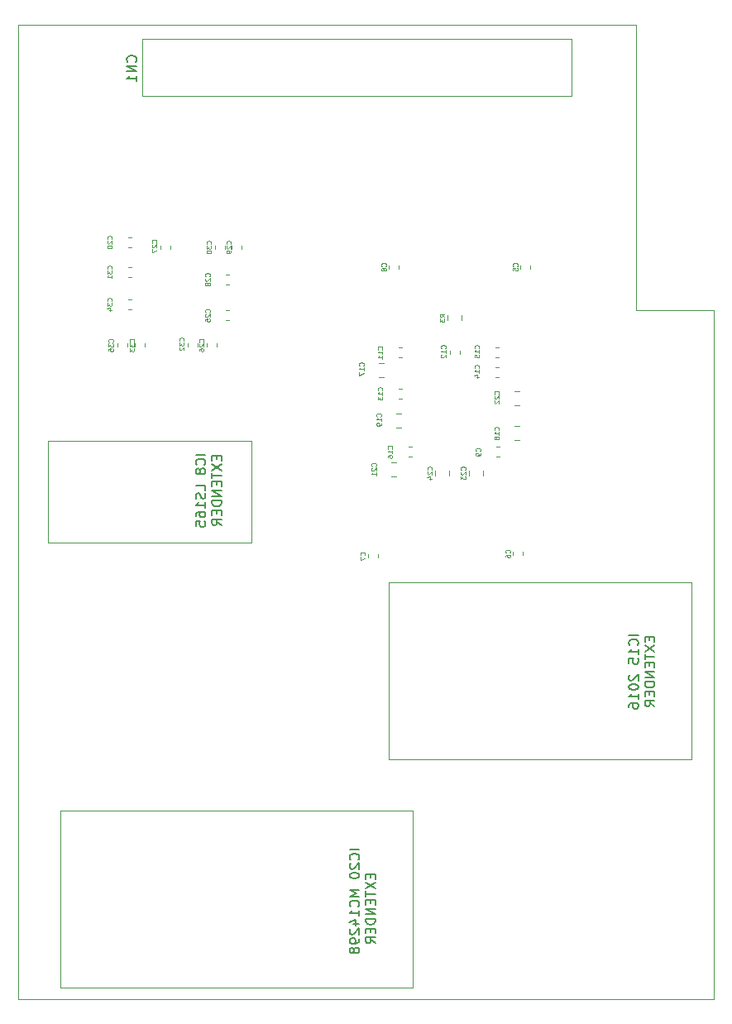
<source format=gbr>
G04 #@! TF.GenerationSoftware,KiCad,Pcbnew,(5.1.2-1)-1*
G04 #@! TF.CreationDate,2020-07-07T12:37:09+01:00*
G04 #@! TF.ProjectId,MZ80-80CLR,4d5a3830-2d38-4304-934c-522e6b696361,rev?*
G04 #@! TF.SameCoordinates,Original*
G04 #@! TF.FileFunction,Legend,Bot*
G04 #@! TF.FilePolarity,Positive*
%FSLAX46Y46*%
G04 Gerber Fmt 4.6, Leading zero omitted, Abs format (unit mm)*
G04 Created by KiCad (PCBNEW (5.1.2-1)-1) date 2020-07-07 12:37:09*
%MOMM*%
%LPD*%
G04 APERTURE LIST*
%ADD10C,0.120000*%
%ADD11C,0.150000*%
%ADD12C,0.100000*%
G04 APERTURE END LIST*
D10*
X70612000Y-132842000D02*
X70612000Y-33147000D01*
X141859000Y-132842000D02*
X70612000Y-132842000D01*
X141859000Y-62357000D02*
X141859000Y-132842000D01*
X133858000Y-62357000D02*
X141859000Y-62357000D01*
X133858000Y-33147000D02*
X133858000Y-62357000D01*
X70612000Y-33147000D02*
X133858000Y-33147000D01*
D11*
X105545380Y-117523285D02*
X104545380Y-117523285D01*
X105450142Y-118570904D02*
X105497761Y-118523285D01*
X105545380Y-118380428D01*
X105545380Y-118285190D01*
X105497761Y-118142333D01*
X105402523Y-118047095D01*
X105307285Y-117999476D01*
X105116809Y-117951857D01*
X104973952Y-117951857D01*
X104783476Y-117999476D01*
X104688238Y-118047095D01*
X104593000Y-118142333D01*
X104545380Y-118285190D01*
X104545380Y-118380428D01*
X104593000Y-118523285D01*
X104640619Y-118570904D01*
X104640619Y-118951857D02*
X104593000Y-118999476D01*
X104545380Y-119094714D01*
X104545380Y-119332809D01*
X104593000Y-119428047D01*
X104640619Y-119475666D01*
X104735857Y-119523285D01*
X104831095Y-119523285D01*
X104973952Y-119475666D01*
X105545380Y-118904238D01*
X105545380Y-119523285D01*
X104545380Y-120142333D02*
X104545380Y-120237571D01*
X104593000Y-120332809D01*
X104640619Y-120380428D01*
X104735857Y-120428047D01*
X104926333Y-120475666D01*
X105164428Y-120475666D01*
X105354904Y-120428047D01*
X105450142Y-120380428D01*
X105497761Y-120332809D01*
X105545380Y-120237571D01*
X105545380Y-120142333D01*
X105497761Y-120047095D01*
X105450142Y-119999476D01*
X105354904Y-119951857D01*
X105164428Y-119904238D01*
X104926333Y-119904238D01*
X104735857Y-119951857D01*
X104640619Y-119999476D01*
X104593000Y-120047095D01*
X104545380Y-120142333D01*
X105545380Y-121666142D02*
X104545380Y-121666142D01*
X105259666Y-121999476D01*
X104545380Y-122332809D01*
X105545380Y-122332809D01*
X105450142Y-123380428D02*
X105497761Y-123332809D01*
X105545380Y-123189952D01*
X105545380Y-123094714D01*
X105497761Y-122951857D01*
X105402523Y-122856619D01*
X105307285Y-122809000D01*
X105116809Y-122761380D01*
X104973952Y-122761380D01*
X104783476Y-122809000D01*
X104688238Y-122856619D01*
X104593000Y-122951857D01*
X104545380Y-123094714D01*
X104545380Y-123189952D01*
X104593000Y-123332809D01*
X104640619Y-123380428D01*
X105545380Y-124332809D02*
X105545380Y-123761380D01*
X105545380Y-124047095D02*
X104545380Y-124047095D01*
X104688238Y-123951857D01*
X104783476Y-123856619D01*
X104831095Y-123761380D01*
X104878714Y-125189952D02*
X105545380Y-125189952D01*
X104497761Y-124951857D02*
X105212047Y-124713761D01*
X105212047Y-125332809D01*
X104640619Y-125666142D02*
X104593000Y-125713761D01*
X104545380Y-125809000D01*
X104545380Y-126047095D01*
X104593000Y-126142333D01*
X104640619Y-126189952D01*
X104735857Y-126237571D01*
X104831095Y-126237571D01*
X104973952Y-126189952D01*
X105545380Y-125618523D01*
X105545380Y-126237571D01*
X105545380Y-126713761D02*
X105545380Y-126904238D01*
X105497761Y-126999476D01*
X105450142Y-127047095D01*
X105307285Y-127142333D01*
X105116809Y-127189952D01*
X104735857Y-127189952D01*
X104640619Y-127142333D01*
X104593000Y-127094714D01*
X104545380Y-126999476D01*
X104545380Y-126809000D01*
X104593000Y-126713761D01*
X104640619Y-126666142D01*
X104735857Y-126618523D01*
X104973952Y-126618523D01*
X105069190Y-126666142D01*
X105116809Y-126713761D01*
X105164428Y-126809000D01*
X105164428Y-126999476D01*
X105116809Y-127094714D01*
X105069190Y-127142333D01*
X104973952Y-127189952D01*
X104973952Y-127761380D02*
X104926333Y-127666142D01*
X104878714Y-127618523D01*
X104783476Y-127570904D01*
X104735857Y-127570904D01*
X104640619Y-127618523D01*
X104593000Y-127666142D01*
X104545380Y-127761380D01*
X104545380Y-127951857D01*
X104593000Y-128047095D01*
X104640619Y-128094714D01*
X104735857Y-128142333D01*
X104783476Y-128142333D01*
X104878714Y-128094714D01*
X104926333Y-128047095D01*
X104973952Y-127951857D01*
X104973952Y-127761380D01*
X105021571Y-127666142D01*
X105069190Y-127618523D01*
X105164428Y-127570904D01*
X105354904Y-127570904D01*
X105450142Y-127618523D01*
X105497761Y-127666142D01*
X105545380Y-127761380D01*
X105545380Y-127951857D01*
X105497761Y-128047095D01*
X105450142Y-128094714D01*
X105354904Y-128142333D01*
X105164428Y-128142333D01*
X105069190Y-128094714D01*
X105021571Y-128047095D01*
X104973952Y-127951857D01*
X106671571Y-120070904D02*
X106671571Y-120404238D01*
X107195380Y-120547095D02*
X107195380Y-120070904D01*
X106195380Y-120070904D01*
X106195380Y-120547095D01*
X106195380Y-120880428D02*
X107195380Y-121547095D01*
X106195380Y-121547095D02*
X107195380Y-120880428D01*
X106195380Y-121785190D02*
X106195380Y-122356619D01*
X107195380Y-122070904D02*
X106195380Y-122070904D01*
X106671571Y-122689952D02*
X106671571Y-123023285D01*
X107195380Y-123166142D02*
X107195380Y-122689952D01*
X106195380Y-122689952D01*
X106195380Y-123166142D01*
X107195380Y-123594714D02*
X106195380Y-123594714D01*
X107195380Y-124166142D01*
X106195380Y-124166142D01*
X107195380Y-124642333D02*
X106195380Y-124642333D01*
X106195380Y-124880428D01*
X106243000Y-125023285D01*
X106338238Y-125118523D01*
X106433476Y-125166142D01*
X106623952Y-125213761D01*
X106766809Y-125213761D01*
X106957285Y-125166142D01*
X107052523Y-125118523D01*
X107147761Y-125023285D01*
X107195380Y-124880428D01*
X107195380Y-124642333D01*
X106671571Y-125642333D02*
X106671571Y-125975666D01*
X107195380Y-126118523D02*
X107195380Y-125642333D01*
X106195380Y-125642333D01*
X106195380Y-126118523D01*
X107195380Y-127118523D02*
X106719190Y-126785190D01*
X107195380Y-126547095D02*
X106195380Y-126547095D01*
X106195380Y-126928047D01*
X106243000Y-127023285D01*
X106290619Y-127070904D01*
X106385857Y-127118523D01*
X106528714Y-127118523D01*
X106623952Y-127070904D01*
X106671571Y-127023285D01*
X106719190Y-126928047D01*
X106719190Y-126547095D01*
D10*
X127254000Y-40386000D02*
X127254000Y-34544000D01*
X83312000Y-40386000D02*
X127254000Y-40386000D01*
X83312000Y-34544000D02*
X83312000Y-40386000D01*
X127254000Y-34544000D02*
X83312000Y-34544000D01*
D11*
X82653142Y-36901523D02*
X82700761Y-36853904D01*
X82748380Y-36711047D01*
X82748380Y-36615809D01*
X82700761Y-36472952D01*
X82605523Y-36377714D01*
X82510285Y-36330095D01*
X82319809Y-36282476D01*
X82176952Y-36282476D01*
X81986476Y-36330095D01*
X81891238Y-36377714D01*
X81796000Y-36472952D01*
X81748380Y-36615809D01*
X81748380Y-36711047D01*
X81796000Y-36853904D01*
X81843619Y-36901523D01*
X82748380Y-37330095D02*
X81748380Y-37330095D01*
X82748380Y-37901523D01*
X81748380Y-37901523D01*
X82748380Y-38901523D02*
X82748380Y-38330095D01*
X82748380Y-38615809D02*
X81748380Y-38615809D01*
X81891238Y-38520571D01*
X81986476Y-38425333D01*
X82034095Y-38330095D01*
X89797380Y-77105333D02*
X88797380Y-77105333D01*
X89702142Y-78152952D02*
X89749761Y-78105333D01*
X89797380Y-77962476D01*
X89797380Y-77867238D01*
X89749761Y-77724380D01*
X89654523Y-77629142D01*
X89559285Y-77581523D01*
X89368809Y-77533904D01*
X89225952Y-77533904D01*
X89035476Y-77581523D01*
X88940238Y-77629142D01*
X88845000Y-77724380D01*
X88797380Y-77867238D01*
X88797380Y-77962476D01*
X88845000Y-78105333D01*
X88892619Y-78152952D01*
X89225952Y-78724380D02*
X89178333Y-78629142D01*
X89130714Y-78581523D01*
X89035476Y-78533904D01*
X88987857Y-78533904D01*
X88892619Y-78581523D01*
X88845000Y-78629142D01*
X88797380Y-78724380D01*
X88797380Y-78914857D01*
X88845000Y-79010095D01*
X88892619Y-79057714D01*
X88987857Y-79105333D01*
X89035476Y-79105333D01*
X89130714Y-79057714D01*
X89178333Y-79010095D01*
X89225952Y-78914857D01*
X89225952Y-78724380D01*
X89273571Y-78629142D01*
X89321190Y-78581523D01*
X89416428Y-78533904D01*
X89606904Y-78533904D01*
X89702142Y-78581523D01*
X89749761Y-78629142D01*
X89797380Y-78724380D01*
X89797380Y-78914857D01*
X89749761Y-79010095D01*
X89702142Y-79057714D01*
X89606904Y-79105333D01*
X89416428Y-79105333D01*
X89321190Y-79057714D01*
X89273571Y-79010095D01*
X89225952Y-78914857D01*
X89797380Y-80772000D02*
X89797380Y-80295809D01*
X88797380Y-80295809D01*
X89749761Y-81057714D02*
X89797380Y-81200571D01*
X89797380Y-81438666D01*
X89749761Y-81533904D01*
X89702142Y-81581523D01*
X89606904Y-81629142D01*
X89511666Y-81629142D01*
X89416428Y-81581523D01*
X89368809Y-81533904D01*
X89321190Y-81438666D01*
X89273571Y-81248190D01*
X89225952Y-81152952D01*
X89178333Y-81105333D01*
X89083095Y-81057714D01*
X88987857Y-81057714D01*
X88892619Y-81105333D01*
X88845000Y-81152952D01*
X88797380Y-81248190D01*
X88797380Y-81486285D01*
X88845000Y-81629142D01*
X89797380Y-82581523D02*
X89797380Y-82010095D01*
X89797380Y-82295809D02*
X88797380Y-82295809D01*
X88940238Y-82200571D01*
X89035476Y-82105333D01*
X89083095Y-82010095D01*
X88797380Y-83438666D02*
X88797380Y-83248190D01*
X88845000Y-83152952D01*
X88892619Y-83105333D01*
X89035476Y-83010095D01*
X89225952Y-82962476D01*
X89606904Y-82962476D01*
X89702142Y-83010095D01*
X89749761Y-83057714D01*
X89797380Y-83152952D01*
X89797380Y-83343428D01*
X89749761Y-83438666D01*
X89702142Y-83486285D01*
X89606904Y-83533904D01*
X89368809Y-83533904D01*
X89273571Y-83486285D01*
X89225952Y-83438666D01*
X89178333Y-83343428D01*
X89178333Y-83152952D01*
X89225952Y-83057714D01*
X89273571Y-83010095D01*
X89368809Y-82962476D01*
X88797380Y-84438666D02*
X88797380Y-83962476D01*
X89273571Y-83914857D01*
X89225952Y-83962476D01*
X89178333Y-84057714D01*
X89178333Y-84295809D01*
X89225952Y-84391047D01*
X89273571Y-84438666D01*
X89368809Y-84486285D01*
X89606904Y-84486285D01*
X89702142Y-84438666D01*
X89749761Y-84391047D01*
X89797380Y-84295809D01*
X89797380Y-84057714D01*
X89749761Y-83962476D01*
X89702142Y-83914857D01*
X90923571Y-77272000D02*
X90923571Y-77605333D01*
X91447380Y-77748190D02*
X91447380Y-77272000D01*
X90447380Y-77272000D01*
X90447380Y-77748190D01*
X90447380Y-78081523D02*
X91447380Y-78748190D01*
X90447380Y-78748190D02*
X91447380Y-78081523D01*
X90447380Y-78986285D02*
X90447380Y-79557714D01*
X91447380Y-79272000D02*
X90447380Y-79272000D01*
X90923571Y-79891047D02*
X90923571Y-80224380D01*
X91447380Y-80367238D02*
X91447380Y-79891047D01*
X90447380Y-79891047D01*
X90447380Y-80367238D01*
X91447380Y-80795809D02*
X90447380Y-80795809D01*
X91447380Y-81367238D01*
X90447380Y-81367238D01*
X91447380Y-81843428D02*
X90447380Y-81843428D01*
X90447380Y-82081523D01*
X90495000Y-82224380D01*
X90590238Y-82319619D01*
X90685476Y-82367238D01*
X90875952Y-82414857D01*
X91018809Y-82414857D01*
X91209285Y-82367238D01*
X91304523Y-82319619D01*
X91399761Y-82224380D01*
X91447380Y-82081523D01*
X91447380Y-81843428D01*
X90923571Y-82843428D02*
X90923571Y-83176761D01*
X91447380Y-83319619D02*
X91447380Y-82843428D01*
X90447380Y-82843428D01*
X90447380Y-83319619D01*
X91447380Y-84319619D02*
X90971190Y-83986285D01*
X91447380Y-83748190D02*
X90447380Y-83748190D01*
X90447380Y-84129142D01*
X90495000Y-84224380D01*
X90542619Y-84272000D01*
X90637857Y-84319619D01*
X90780714Y-84319619D01*
X90875952Y-84272000D01*
X90923571Y-84224380D01*
X90971190Y-84129142D01*
X90971190Y-83748190D01*
X134120380Y-95575904D02*
X133120380Y-95575904D01*
X134025142Y-96623523D02*
X134072761Y-96575904D01*
X134120380Y-96433047D01*
X134120380Y-96337809D01*
X134072761Y-96194952D01*
X133977523Y-96099714D01*
X133882285Y-96052095D01*
X133691809Y-96004476D01*
X133548952Y-96004476D01*
X133358476Y-96052095D01*
X133263238Y-96099714D01*
X133168000Y-96194952D01*
X133120380Y-96337809D01*
X133120380Y-96433047D01*
X133168000Y-96575904D01*
X133215619Y-96623523D01*
X134120380Y-97575904D02*
X134120380Y-97004476D01*
X134120380Y-97290190D02*
X133120380Y-97290190D01*
X133263238Y-97194952D01*
X133358476Y-97099714D01*
X133406095Y-97004476D01*
X133120380Y-98480666D02*
X133120380Y-98004476D01*
X133596571Y-97956857D01*
X133548952Y-98004476D01*
X133501333Y-98099714D01*
X133501333Y-98337809D01*
X133548952Y-98433047D01*
X133596571Y-98480666D01*
X133691809Y-98528285D01*
X133929904Y-98528285D01*
X134025142Y-98480666D01*
X134072761Y-98433047D01*
X134120380Y-98337809D01*
X134120380Y-98099714D01*
X134072761Y-98004476D01*
X134025142Y-97956857D01*
X133215619Y-99671142D02*
X133168000Y-99718761D01*
X133120380Y-99814000D01*
X133120380Y-100052095D01*
X133168000Y-100147333D01*
X133215619Y-100194952D01*
X133310857Y-100242571D01*
X133406095Y-100242571D01*
X133548952Y-100194952D01*
X134120380Y-99623523D01*
X134120380Y-100242571D01*
X133120380Y-100861619D02*
X133120380Y-100956857D01*
X133168000Y-101052095D01*
X133215619Y-101099714D01*
X133310857Y-101147333D01*
X133501333Y-101194952D01*
X133739428Y-101194952D01*
X133929904Y-101147333D01*
X134025142Y-101099714D01*
X134072761Y-101052095D01*
X134120380Y-100956857D01*
X134120380Y-100861619D01*
X134072761Y-100766380D01*
X134025142Y-100718761D01*
X133929904Y-100671142D01*
X133739428Y-100623523D01*
X133501333Y-100623523D01*
X133310857Y-100671142D01*
X133215619Y-100718761D01*
X133168000Y-100766380D01*
X133120380Y-100861619D01*
X134120380Y-102147333D02*
X134120380Y-101575904D01*
X134120380Y-101861619D02*
X133120380Y-101861619D01*
X133263238Y-101766380D01*
X133358476Y-101671142D01*
X133406095Y-101575904D01*
X133120380Y-103004476D02*
X133120380Y-102814000D01*
X133168000Y-102718761D01*
X133215619Y-102671142D01*
X133358476Y-102575904D01*
X133548952Y-102528285D01*
X133929904Y-102528285D01*
X134025142Y-102575904D01*
X134072761Y-102623523D01*
X134120380Y-102718761D01*
X134120380Y-102909238D01*
X134072761Y-103004476D01*
X134025142Y-103052095D01*
X133929904Y-103099714D01*
X133691809Y-103099714D01*
X133596571Y-103052095D01*
X133548952Y-103004476D01*
X133501333Y-102909238D01*
X133501333Y-102718761D01*
X133548952Y-102623523D01*
X133596571Y-102575904D01*
X133691809Y-102528285D01*
X135246571Y-95814000D02*
X135246571Y-96147333D01*
X135770380Y-96290190D02*
X135770380Y-95814000D01*
X134770380Y-95814000D01*
X134770380Y-96290190D01*
X134770380Y-96623523D02*
X135770380Y-97290190D01*
X134770380Y-97290190D02*
X135770380Y-96623523D01*
X134770380Y-97528285D02*
X134770380Y-98099714D01*
X135770380Y-97814000D02*
X134770380Y-97814000D01*
X135246571Y-98433047D02*
X135246571Y-98766380D01*
X135770380Y-98909238D02*
X135770380Y-98433047D01*
X134770380Y-98433047D01*
X134770380Y-98909238D01*
X135770380Y-99337809D02*
X134770380Y-99337809D01*
X135770380Y-99909238D01*
X134770380Y-99909238D01*
X135770380Y-100385428D02*
X134770380Y-100385428D01*
X134770380Y-100623523D01*
X134818000Y-100766380D01*
X134913238Y-100861619D01*
X135008476Y-100909238D01*
X135198952Y-100956857D01*
X135341809Y-100956857D01*
X135532285Y-100909238D01*
X135627523Y-100861619D01*
X135722761Y-100766380D01*
X135770380Y-100623523D01*
X135770380Y-100385428D01*
X135246571Y-101385428D02*
X135246571Y-101718761D01*
X135770380Y-101861619D02*
X135770380Y-101385428D01*
X134770380Y-101385428D01*
X134770380Y-101861619D01*
X135770380Y-102861619D02*
X135294190Y-102528285D01*
X135770380Y-102290190D02*
X134770380Y-102290190D01*
X134770380Y-102671142D01*
X134818000Y-102766380D01*
X134865619Y-102814000D01*
X134960857Y-102861619D01*
X135103714Y-102861619D01*
X135198952Y-102814000D01*
X135246571Y-102766380D01*
X135294190Y-102671142D01*
X135294190Y-102290190D01*
D10*
X94488000Y-86106000D02*
X94488000Y-75692000D01*
X73660000Y-86106000D02*
X94488000Y-86106000D01*
X73660000Y-75692000D02*
X73660000Y-86106000D01*
X94488000Y-75692000D02*
X73660000Y-75692000D01*
X139573000Y-108331000D02*
X139573000Y-90170000D01*
X108585000Y-108331000D02*
X139573000Y-108331000D01*
X108585000Y-90170000D02*
X108585000Y-108331000D01*
X139573000Y-90170000D02*
X108585000Y-90170000D01*
X110998000Y-131699000D02*
X110998000Y-113538000D01*
X74930000Y-131699000D02*
X110998000Y-131699000D01*
X74930000Y-113538000D02*
X74930000Y-131699000D01*
X110998000Y-113538000D02*
X74930000Y-113538000D01*
X113336000Y-79252578D02*
X113336000Y-78735422D01*
X114756000Y-79252578D02*
X114756000Y-78735422D01*
X116765000Y-79252578D02*
X116765000Y-78735422D01*
X118185000Y-79252578D02*
X118185000Y-78735422D01*
X121924578Y-72084000D02*
X121407422Y-72084000D01*
X121924578Y-70664000D02*
X121407422Y-70664000D01*
X108834422Y-77903000D02*
X109351578Y-77903000D01*
X108834422Y-79323000D02*
X109351578Y-79323000D01*
X121924578Y-75640000D02*
X121407422Y-75640000D01*
X121924578Y-74220000D02*
X121407422Y-74220000D01*
X109342422Y-72950000D02*
X109859578Y-72950000D01*
X109342422Y-74370000D02*
X109859578Y-74370000D01*
X107564422Y-67743000D02*
X108081578Y-67743000D01*
X107564422Y-69163000D02*
X108081578Y-69163000D01*
X114606000Y-63380252D02*
X114606000Y-62857748D01*
X116026000Y-63380252D02*
X116026000Y-62857748D01*
X80770000Y-66084267D02*
X80770000Y-65741733D01*
X81790000Y-66084267D02*
X81790000Y-65741733D01*
X81870733Y-61212000D02*
X82213267Y-61212000D01*
X81870733Y-62232000D02*
X82213267Y-62232000D01*
X82548000Y-66084267D02*
X82548000Y-65741733D01*
X83568000Y-66084267D02*
X83568000Y-65741733D01*
X88009000Y-66084267D02*
X88009000Y-65741733D01*
X89029000Y-66084267D02*
X89029000Y-65741733D01*
X81870733Y-57910000D02*
X82213267Y-57910000D01*
X81870733Y-58930000D02*
X82213267Y-58930000D01*
X91823000Y-55708733D02*
X91823000Y-56051267D01*
X90803000Y-55708733D02*
X90803000Y-56051267D01*
X93474000Y-55708733D02*
X93474000Y-56051267D01*
X92454000Y-55708733D02*
X92454000Y-56051267D01*
X92246267Y-59692000D02*
X91903733Y-59692000D01*
X92246267Y-58672000D02*
X91903733Y-58672000D01*
X86235000Y-55708733D02*
X86235000Y-56051267D01*
X85215000Y-55708733D02*
X85215000Y-56051267D01*
X89914000Y-66084267D02*
X89914000Y-65741733D01*
X90934000Y-66084267D02*
X90934000Y-65741733D01*
X92246267Y-63375000D02*
X91903733Y-63375000D01*
X92246267Y-62355000D02*
X91903733Y-62355000D01*
X81870733Y-54862000D02*
X82213267Y-54862000D01*
X81870733Y-55882000D02*
X82213267Y-55882000D01*
X110572733Y-76325000D02*
X110915267Y-76325000D01*
X110572733Y-77345000D02*
X110915267Y-77345000D01*
X119805267Y-67185000D02*
X119462733Y-67185000D01*
X119805267Y-66165000D02*
X119462733Y-66165000D01*
X119805267Y-69217000D02*
X119462733Y-69217000D01*
X119805267Y-68197000D02*
X119462733Y-68197000D01*
X109556733Y-70356000D02*
X109899267Y-70356000D01*
X109556733Y-71376000D02*
X109899267Y-71376000D01*
X114806000Y-66503733D02*
X114806000Y-66846267D01*
X115826000Y-66503733D02*
X115826000Y-66846267D01*
X109556733Y-66165000D02*
X109899267Y-66165000D01*
X109556733Y-67185000D02*
X109899267Y-67185000D01*
X119932267Y-77345000D02*
X119589733Y-77345000D01*
X119932267Y-76325000D02*
X119589733Y-76325000D01*
X108583000Y-58083267D02*
X108583000Y-57740733D01*
X109603000Y-58083267D02*
X109603000Y-57740733D01*
X107444000Y-87331733D02*
X107444000Y-87674267D01*
X106424000Y-87331733D02*
X106424000Y-87674267D01*
X122303000Y-87077733D02*
X122303000Y-87420267D01*
X121283000Y-87077733D02*
X121283000Y-87420267D01*
X122045000Y-58083267D02*
X122045000Y-57740733D01*
X123065000Y-58083267D02*
X123065000Y-57740733D01*
D12*
X112954571Y-78672571D02*
X112978380Y-78648761D01*
X113002190Y-78577333D01*
X113002190Y-78529714D01*
X112978380Y-78458285D01*
X112930761Y-78410666D01*
X112883142Y-78386857D01*
X112787904Y-78363047D01*
X112716476Y-78363047D01*
X112621238Y-78386857D01*
X112573619Y-78410666D01*
X112526000Y-78458285D01*
X112502190Y-78529714D01*
X112502190Y-78577333D01*
X112526000Y-78648761D01*
X112549809Y-78672571D01*
X112549809Y-78863047D02*
X112526000Y-78886857D01*
X112502190Y-78934476D01*
X112502190Y-79053523D01*
X112526000Y-79101142D01*
X112549809Y-79124952D01*
X112597428Y-79148761D01*
X112645047Y-79148761D01*
X112716476Y-79124952D01*
X113002190Y-78839238D01*
X113002190Y-79148761D01*
X112668857Y-79577333D02*
X113002190Y-79577333D01*
X112478380Y-79458285D02*
X112835523Y-79339238D01*
X112835523Y-79648761D01*
X116383571Y-78672571D02*
X116407380Y-78648761D01*
X116431190Y-78577333D01*
X116431190Y-78529714D01*
X116407380Y-78458285D01*
X116359761Y-78410666D01*
X116312142Y-78386857D01*
X116216904Y-78363047D01*
X116145476Y-78363047D01*
X116050238Y-78386857D01*
X116002619Y-78410666D01*
X115955000Y-78458285D01*
X115931190Y-78529714D01*
X115931190Y-78577333D01*
X115955000Y-78648761D01*
X115978809Y-78672571D01*
X115978809Y-78863047D02*
X115955000Y-78886857D01*
X115931190Y-78934476D01*
X115931190Y-79053523D01*
X115955000Y-79101142D01*
X115978809Y-79124952D01*
X116026428Y-79148761D01*
X116074047Y-79148761D01*
X116145476Y-79124952D01*
X116431190Y-78839238D01*
X116431190Y-79148761D01*
X115931190Y-79315428D02*
X115931190Y-79624952D01*
X116121666Y-79458285D01*
X116121666Y-79529714D01*
X116145476Y-79577333D01*
X116169285Y-79601142D01*
X116216904Y-79624952D01*
X116335952Y-79624952D01*
X116383571Y-79601142D01*
X116407380Y-79577333D01*
X116431190Y-79529714D01*
X116431190Y-79386857D01*
X116407380Y-79339238D01*
X116383571Y-79315428D01*
X119812571Y-70925571D02*
X119836380Y-70901761D01*
X119860190Y-70830333D01*
X119860190Y-70782714D01*
X119836380Y-70711285D01*
X119788761Y-70663666D01*
X119741142Y-70639857D01*
X119645904Y-70616047D01*
X119574476Y-70616047D01*
X119479238Y-70639857D01*
X119431619Y-70663666D01*
X119384000Y-70711285D01*
X119360190Y-70782714D01*
X119360190Y-70830333D01*
X119384000Y-70901761D01*
X119407809Y-70925571D01*
X119407809Y-71116047D02*
X119384000Y-71139857D01*
X119360190Y-71187476D01*
X119360190Y-71306523D01*
X119384000Y-71354142D01*
X119407809Y-71377952D01*
X119455428Y-71401761D01*
X119503047Y-71401761D01*
X119574476Y-71377952D01*
X119860190Y-71092238D01*
X119860190Y-71401761D01*
X119407809Y-71592238D02*
X119384000Y-71616047D01*
X119360190Y-71663666D01*
X119360190Y-71782714D01*
X119384000Y-71830333D01*
X119407809Y-71854142D01*
X119455428Y-71877952D01*
X119503047Y-71877952D01*
X119574476Y-71854142D01*
X119860190Y-71568428D01*
X119860190Y-71877952D01*
X107239571Y-78291571D02*
X107263380Y-78267761D01*
X107287190Y-78196333D01*
X107287190Y-78148714D01*
X107263380Y-78077285D01*
X107215761Y-78029666D01*
X107168142Y-78005857D01*
X107072904Y-77982047D01*
X107001476Y-77982047D01*
X106906238Y-78005857D01*
X106858619Y-78029666D01*
X106811000Y-78077285D01*
X106787190Y-78148714D01*
X106787190Y-78196333D01*
X106811000Y-78267761D01*
X106834809Y-78291571D01*
X106834809Y-78482047D02*
X106811000Y-78505857D01*
X106787190Y-78553476D01*
X106787190Y-78672523D01*
X106811000Y-78720142D01*
X106834809Y-78743952D01*
X106882428Y-78767761D01*
X106930047Y-78767761D01*
X107001476Y-78743952D01*
X107287190Y-78458238D01*
X107287190Y-78767761D01*
X107287190Y-79243952D02*
X107287190Y-78958238D01*
X107287190Y-79101095D02*
X106787190Y-79101095D01*
X106858619Y-79053476D01*
X106906238Y-79005857D01*
X106930047Y-78958238D01*
X119812571Y-74608571D02*
X119836380Y-74584761D01*
X119860190Y-74513333D01*
X119860190Y-74465714D01*
X119836380Y-74394285D01*
X119788761Y-74346666D01*
X119741142Y-74322857D01*
X119645904Y-74299047D01*
X119574476Y-74299047D01*
X119479238Y-74322857D01*
X119431619Y-74346666D01*
X119384000Y-74394285D01*
X119360190Y-74465714D01*
X119360190Y-74513333D01*
X119384000Y-74584761D01*
X119407809Y-74608571D01*
X119860190Y-75084761D02*
X119860190Y-74799047D01*
X119860190Y-74941904D02*
X119360190Y-74941904D01*
X119431619Y-74894285D01*
X119479238Y-74846666D01*
X119503047Y-74799047D01*
X119574476Y-75370476D02*
X119550666Y-75322857D01*
X119526857Y-75299047D01*
X119479238Y-75275238D01*
X119455428Y-75275238D01*
X119407809Y-75299047D01*
X119384000Y-75322857D01*
X119360190Y-75370476D01*
X119360190Y-75465714D01*
X119384000Y-75513333D01*
X119407809Y-75537142D01*
X119455428Y-75560952D01*
X119479238Y-75560952D01*
X119526857Y-75537142D01*
X119550666Y-75513333D01*
X119574476Y-75465714D01*
X119574476Y-75370476D01*
X119598285Y-75322857D01*
X119622095Y-75299047D01*
X119669714Y-75275238D01*
X119764952Y-75275238D01*
X119812571Y-75299047D01*
X119836380Y-75322857D01*
X119860190Y-75370476D01*
X119860190Y-75465714D01*
X119836380Y-75513333D01*
X119812571Y-75537142D01*
X119764952Y-75560952D01*
X119669714Y-75560952D01*
X119622095Y-75537142D01*
X119598285Y-75513333D01*
X119574476Y-75465714D01*
X107747571Y-73211571D02*
X107771380Y-73187761D01*
X107795190Y-73116333D01*
X107795190Y-73068714D01*
X107771380Y-72997285D01*
X107723761Y-72949666D01*
X107676142Y-72925857D01*
X107580904Y-72902047D01*
X107509476Y-72902047D01*
X107414238Y-72925857D01*
X107366619Y-72949666D01*
X107319000Y-72997285D01*
X107295190Y-73068714D01*
X107295190Y-73116333D01*
X107319000Y-73187761D01*
X107342809Y-73211571D01*
X107795190Y-73687761D02*
X107795190Y-73402047D01*
X107795190Y-73544904D02*
X107295190Y-73544904D01*
X107366619Y-73497285D01*
X107414238Y-73449666D01*
X107438047Y-73402047D01*
X107795190Y-73925857D02*
X107795190Y-74021095D01*
X107771380Y-74068714D01*
X107747571Y-74092523D01*
X107676142Y-74140142D01*
X107580904Y-74163952D01*
X107390428Y-74163952D01*
X107342809Y-74140142D01*
X107319000Y-74116333D01*
X107295190Y-74068714D01*
X107295190Y-73973476D01*
X107319000Y-73925857D01*
X107342809Y-73902047D01*
X107390428Y-73878238D01*
X107509476Y-73878238D01*
X107557095Y-73902047D01*
X107580904Y-73925857D01*
X107604714Y-73973476D01*
X107604714Y-74068714D01*
X107580904Y-74116333D01*
X107557095Y-74140142D01*
X107509476Y-74163952D01*
X105969571Y-68004571D02*
X105993380Y-67980761D01*
X106017190Y-67909333D01*
X106017190Y-67861714D01*
X105993380Y-67790285D01*
X105945761Y-67742666D01*
X105898142Y-67718857D01*
X105802904Y-67695047D01*
X105731476Y-67695047D01*
X105636238Y-67718857D01*
X105588619Y-67742666D01*
X105541000Y-67790285D01*
X105517190Y-67861714D01*
X105517190Y-67909333D01*
X105541000Y-67980761D01*
X105564809Y-68004571D01*
X106017190Y-68480761D02*
X106017190Y-68195047D01*
X106017190Y-68337904D02*
X105517190Y-68337904D01*
X105588619Y-68290285D01*
X105636238Y-68242666D01*
X105660047Y-68195047D01*
X105517190Y-68647428D02*
X105517190Y-68980761D01*
X106017190Y-68766476D01*
X114272190Y-63035666D02*
X114034095Y-62869000D01*
X114272190Y-62749952D02*
X113772190Y-62749952D01*
X113772190Y-62940428D01*
X113796000Y-62988047D01*
X113819809Y-63011857D01*
X113867428Y-63035666D01*
X113938857Y-63035666D01*
X113986476Y-63011857D01*
X114010285Y-62988047D01*
X114034095Y-62940428D01*
X114034095Y-62749952D01*
X113772190Y-63202333D02*
X113772190Y-63511857D01*
X113962666Y-63345190D01*
X113962666Y-63416619D01*
X113986476Y-63464238D01*
X114010285Y-63488047D01*
X114057904Y-63511857D01*
X114176952Y-63511857D01*
X114224571Y-63488047D01*
X114248380Y-63464238D01*
X114272190Y-63416619D01*
X114272190Y-63273761D01*
X114248380Y-63226142D01*
X114224571Y-63202333D01*
X80315571Y-65591571D02*
X80339380Y-65567761D01*
X80363190Y-65496333D01*
X80363190Y-65448714D01*
X80339380Y-65377285D01*
X80291761Y-65329666D01*
X80244142Y-65305857D01*
X80148904Y-65282047D01*
X80077476Y-65282047D01*
X79982238Y-65305857D01*
X79934619Y-65329666D01*
X79887000Y-65377285D01*
X79863190Y-65448714D01*
X79863190Y-65496333D01*
X79887000Y-65567761D01*
X79910809Y-65591571D01*
X79863190Y-65758238D02*
X79863190Y-66067761D01*
X80053666Y-65901095D01*
X80053666Y-65972523D01*
X80077476Y-66020142D01*
X80101285Y-66043952D01*
X80148904Y-66067761D01*
X80267952Y-66067761D01*
X80315571Y-66043952D01*
X80339380Y-66020142D01*
X80363190Y-65972523D01*
X80363190Y-65829666D01*
X80339380Y-65782047D01*
X80315571Y-65758238D01*
X79863190Y-66520142D02*
X79863190Y-66282047D01*
X80101285Y-66258238D01*
X80077476Y-66282047D01*
X80053666Y-66329666D01*
X80053666Y-66448714D01*
X80077476Y-66496333D01*
X80101285Y-66520142D01*
X80148904Y-66543952D01*
X80267952Y-66543952D01*
X80315571Y-66520142D01*
X80339380Y-66496333D01*
X80363190Y-66448714D01*
X80363190Y-66329666D01*
X80339380Y-66282047D01*
X80315571Y-66258238D01*
X80188571Y-61400571D02*
X80212380Y-61376761D01*
X80236190Y-61305333D01*
X80236190Y-61257714D01*
X80212380Y-61186285D01*
X80164761Y-61138666D01*
X80117142Y-61114857D01*
X80021904Y-61091047D01*
X79950476Y-61091047D01*
X79855238Y-61114857D01*
X79807619Y-61138666D01*
X79760000Y-61186285D01*
X79736190Y-61257714D01*
X79736190Y-61305333D01*
X79760000Y-61376761D01*
X79783809Y-61400571D01*
X79736190Y-61567238D02*
X79736190Y-61876761D01*
X79926666Y-61710095D01*
X79926666Y-61781523D01*
X79950476Y-61829142D01*
X79974285Y-61852952D01*
X80021904Y-61876761D01*
X80140952Y-61876761D01*
X80188571Y-61852952D01*
X80212380Y-61829142D01*
X80236190Y-61781523D01*
X80236190Y-61638666D01*
X80212380Y-61591047D01*
X80188571Y-61567238D01*
X79902857Y-62305333D02*
X80236190Y-62305333D01*
X79712380Y-62186285D02*
X80069523Y-62067238D01*
X80069523Y-62376761D01*
X82474571Y-65591571D02*
X82498380Y-65567761D01*
X82522190Y-65496333D01*
X82522190Y-65448714D01*
X82498380Y-65377285D01*
X82450761Y-65329666D01*
X82403142Y-65305857D01*
X82307904Y-65282047D01*
X82236476Y-65282047D01*
X82141238Y-65305857D01*
X82093619Y-65329666D01*
X82046000Y-65377285D01*
X82022190Y-65448714D01*
X82022190Y-65496333D01*
X82046000Y-65567761D01*
X82069809Y-65591571D01*
X82022190Y-65758238D02*
X82022190Y-66067761D01*
X82212666Y-65901095D01*
X82212666Y-65972523D01*
X82236476Y-66020142D01*
X82260285Y-66043952D01*
X82307904Y-66067761D01*
X82426952Y-66067761D01*
X82474571Y-66043952D01*
X82498380Y-66020142D01*
X82522190Y-65972523D01*
X82522190Y-65829666D01*
X82498380Y-65782047D01*
X82474571Y-65758238D01*
X82022190Y-66234428D02*
X82022190Y-66543952D01*
X82212666Y-66377285D01*
X82212666Y-66448714D01*
X82236476Y-66496333D01*
X82260285Y-66520142D01*
X82307904Y-66543952D01*
X82426952Y-66543952D01*
X82474571Y-66520142D01*
X82498380Y-66496333D01*
X82522190Y-66448714D01*
X82522190Y-66305857D01*
X82498380Y-66258238D01*
X82474571Y-66234428D01*
X87554571Y-65464571D02*
X87578380Y-65440761D01*
X87602190Y-65369333D01*
X87602190Y-65321714D01*
X87578380Y-65250285D01*
X87530761Y-65202666D01*
X87483142Y-65178857D01*
X87387904Y-65155047D01*
X87316476Y-65155047D01*
X87221238Y-65178857D01*
X87173619Y-65202666D01*
X87126000Y-65250285D01*
X87102190Y-65321714D01*
X87102190Y-65369333D01*
X87126000Y-65440761D01*
X87149809Y-65464571D01*
X87102190Y-65631238D02*
X87102190Y-65940761D01*
X87292666Y-65774095D01*
X87292666Y-65845523D01*
X87316476Y-65893142D01*
X87340285Y-65916952D01*
X87387904Y-65940761D01*
X87506952Y-65940761D01*
X87554571Y-65916952D01*
X87578380Y-65893142D01*
X87602190Y-65845523D01*
X87602190Y-65702666D01*
X87578380Y-65655047D01*
X87554571Y-65631238D01*
X87149809Y-66131238D02*
X87126000Y-66155047D01*
X87102190Y-66202666D01*
X87102190Y-66321714D01*
X87126000Y-66369333D01*
X87149809Y-66393142D01*
X87197428Y-66416952D01*
X87245047Y-66416952D01*
X87316476Y-66393142D01*
X87602190Y-66107428D01*
X87602190Y-66416952D01*
X80188571Y-58098571D02*
X80212380Y-58074761D01*
X80236190Y-58003333D01*
X80236190Y-57955714D01*
X80212380Y-57884285D01*
X80164761Y-57836666D01*
X80117142Y-57812857D01*
X80021904Y-57789047D01*
X79950476Y-57789047D01*
X79855238Y-57812857D01*
X79807619Y-57836666D01*
X79760000Y-57884285D01*
X79736190Y-57955714D01*
X79736190Y-58003333D01*
X79760000Y-58074761D01*
X79783809Y-58098571D01*
X79736190Y-58265238D02*
X79736190Y-58574761D01*
X79926666Y-58408095D01*
X79926666Y-58479523D01*
X79950476Y-58527142D01*
X79974285Y-58550952D01*
X80021904Y-58574761D01*
X80140952Y-58574761D01*
X80188571Y-58550952D01*
X80212380Y-58527142D01*
X80236190Y-58479523D01*
X80236190Y-58336666D01*
X80212380Y-58289047D01*
X80188571Y-58265238D01*
X80236190Y-59050952D02*
X80236190Y-58765238D01*
X80236190Y-58908095D02*
X79736190Y-58908095D01*
X79807619Y-58860476D01*
X79855238Y-58812857D01*
X79879047Y-58765238D01*
X90348571Y-55558571D02*
X90372380Y-55534761D01*
X90396190Y-55463333D01*
X90396190Y-55415714D01*
X90372380Y-55344285D01*
X90324761Y-55296666D01*
X90277142Y-55272857D01*
X90181904Y-55249047D01*
X90110476Y-55249047D01*
X90015238Y-55272857D01*
X89967619Y-55296666D01*
X89920000Y-55344285D01*
X89896190Y-55415714D01*
X89896190Y-55463333D01*
X89920000Y-55534761D01*
X89943809Y-55558571D01*
X89896190Y-55725238D02*
X89896190Y-56034761D01*
X90086666Y-55868095D01*
X90086666Y-55939523D01*
X90110476Y-55987142D01*
X90134285Y-56010952D01*
X90181904Y-56034761D01*
X90300952Y-56034761D01*
X90348571Y-56010952D01*
X90372380Y-55987142D01*
X90396190Y-55939523D01*
X90396190Y-55796666D01*
X90372380Y-55749047D01*
X90348571Y-55725238D01*
X89896190Y-56344285D02*
X89896190Y-56391904D01*
X89920000Y-56439523D01*
X89943809Y-56463333D01*
X89991428Y-56487142D01*
X90086666Y-56510952D01*
X90205714Y-56510952D01*
X90300952Y-56487142D01*
X90348571Y-56463333D01*
X90372380Y-56439523D01*
X90396190Y-56391904D01*
X90396190Y-56344285D01*
X90372380Y-56296666D01*
X90348571Y-56272857D01*
X90300952Y-56249047D01*
X90205714Y-56225238D01*
X90086666Y-56225238D01*
X89991428Y-56249047D01*
X89943809Y-56272857D01*
X89920000Y-56296666D01*
X89896190Y-56344285D01*
X92380571Y-55558571D02*
X92404380Y-55534761D01*
X92428190Y-55463333D01*
X92428190Y-55415714D01*
X92404380Y-55344285D01*
X92356761Y-55296666D01*
X92309142Y-55272857D01*
X92213904Y-55249047D01*
X92142476Y-55249047D01*
X92047238Y-55272857D01*
X91999619Y-55296666D01*
X91952000Y-55344285D01*
X91928190Y-55415714D01*
X91928190Y-55463333D01*
X91952000Y-55534761D01*
X91975809Y-55558571D01*
X91975809Y-55749047D02*
X91952000Y-55772857D01*
X91928190Y-55820476D01*
X91928190Y-55939523D01*
X91952000Y-55987142D01*
X91975809Y-56010952D01*
X92023428Y-56034761D01*
X92071047Y-56034761D01*
X92142476Y-56010952D01*
X92428190Y-55725238D01*
X92428190Y-56034761D01*
X92428190Y-56272857D02*
X92428190Y-56368095D01*
X92404380Y-56415714D01*
X92380571Y-56439523D01*
X92309142Y-56487142D01*
X92213904Y-56510952D01*
X92023428Y-56510952D01*
X91975809Y-56487142D01*
X91952000Y-56463333D01*
X91928190Y-56415714D01*
X91928190Y-56320476D01*
X91952000Y-56272857D01*
X91975809Y-56249047D01*
X92023428Y-56225238D01*
X92142476Y-56225238D01*
X92190095Y-56249047D01*
X92213904Y-56272857D01*
X92237714Y-56320476D01*
X92237714Y-56415714D01*
X92213904Y-56463333D01*
X92190095Y-56487142D01*
X92142476Y-56510952D01*
X90221571Y-58860571D02*
X90245380Y-58836761D01*
X90269190Y-58765333D01*
X90269190Y-58717714D01*
X90245380Y-58646285D01*
X90197761Y-58598666D01*
X90150142Y-58574857D01*
X90054904Y-58551047D01*
X89983476Y-58551047D01*
X89888238Y-58574857D01*
X89840619Y-58598666D01*
X89793000Y-58646285D01*
X89769190Y-58717714D01*
X89769190Y-58765333D01*
X89793000Y-58836761D01*
X89816809Y-58860571D01*
X89816809Y-59051047D02*
X89793000Y-59074857D01*
X89769190Y-59122476D01*
X89769190Y-59241523D01*
X89793000Y-59289142D01*
X89816809Y-59312952D01*
X89864428Y-59336761D01*
X89912047Y-59336761D01*
X89983476Y-59312952D01*
X90269190Y-59027238D01*
X90269190Y-59336761D01*
X89983476Y-59622476D02*
X89959666Y-59574857D01*
X89935857Y-59551047D01*
X89888238Y-59527238D01*
X89864428Y-59527238D01*
X89816809Y-59551047D01*
X89793000Y-59574857D01*
X89769190Y-59622476D01*
X89769190Y-59717714D01*
X89793000Y-59765333D01*
X89816809Y-59789142D01*
X89864428Y-59812952D01*
X89888238Y-59812952D01*
X89935857Y-59789142D01*
X89959666Y-59765333D01*
X89983476Y-59717714D01*
X89983476Y-59622476D01*
X90007285Y-59574857D01*
X90031095Y-59551047D01*
X90078714Y-59527238D01*
X90173952Y-59527238D01*
X90221571Y-59551047D01*
X90245380Y-59574857D01*
X90269190Y-59622476D01*
X90269190Y-59717714D01*
X90245380Y-59765333D01*
X90221571Y-59789142D01*
X90173952Y-59812952D01*
X90078714Y-59812952D01*
X90031095Y-59789142D01*
X90007285Y-59765333D01*
X89983476Y-59717714D01*
X84760571Y-55431571D02*
X84784380Y-55407761D01*
X84808190Y-55336333D01*
X84808190Y-55288714D01*
X84784380Y-55217285D01*
X84736761Y-55169666D01*
X84689142Y-55145857D01*
X84593904Y-55122047D01*
X84522476Y-55122047D01*
X84427238Y-55145857D01*
X84379619Y-55169666D01*
X84332000Y-55217285D01*
X84308190Y-55288714D01*
X84308190Y-55336333D01*
X84332000Y-55407761D01*
X84355809Y-55431571D01*
X84355809Y-55622047D02*
X84332000Y-55645857D01*
X84308190Y-55693476D01*
X84308190Y-55812523D01*
X84332000Y-55860142D01*
X84355809Y-55883952D01*
X84403428Y-55907761D01*
X84451047Y-55907761D01*
X84522476Y-55883952D01*
X84808190Y-55598238D01*
X84808190Y-55907761D01*
X84308190Y-56074428D02*
X84308190Y-56407761D01*
X84808190Y-56193476D01*
X89586571Y-65591571D02*
X89610380Y-65567761D01*
X89634190Y-65496333D01*
X89634190Y-65448714D01*
X89610380Y-65377285D01*
X89562761Y-65329666D01*
X89515142Y-65305857D01*
X89419904Y-65282047D01*
X89348476Y-65282047D01*
X89253238Y-65305857D01*
X89205619Y-65329666D01*
X89158000Y-65377285D01*
X89134190Y-65448714D01*
X89134190Y-65496333D01*
X89158000Y-65567761D01*
X89181809Y-65591571D01*
X89181809Y-65782047D02*
X89158000Y-65805857D01*
X89134190Y-65853476D01*
X89134190Y-65972523D01*
X89158000Y-66020142D01*
X89181809Y-66043952D01*
X89229428Y-66067761D01*
X89277047Y-66067761D01*
X89348476Y-66043952D01*
X89634190Y-65758238D01*
X89634190Y-66067761D01*
X89134190Y-66496333D02*
X89134190Y-66401095D01*
X89158000Y-66353476D01*
X89181809Y-66329666D01*
X89253238Y-66282047D01*
X89348476Y-66258238D01*
X89538952Y-66258238D01*
X89586571Y-66282047D01*
X89610380Y-66305857D01*
X89634190Y-66353476D01*
X89634190Y-66448714D01*
X89610380Y-66496333D01*
X89586571Y-66520142D01*
X89538952Y-66543952D01*
X89419904Y-66543952D01*
X89372285Y-66520142D01*
X89348476Y-66496333D01*
X89324666Y-66448714D01*
X89324666Y-66353476D01*
X89348476Y-66305857D01*
X89372285Y-66282047D01*
X89419904Y-66258238D01*
X90221571Y-62543571D02*
X90245380Y-62519761D01*
X90269190Y-62448333D01*
X90269190Y-62400714D01*
X90245380Y-62329285D01*
X90197761Y-62281666D01*
X90150142Y-62257857D01*
X90054904Y-62234047D01*
X89983476Y-62234047D01*
X89888238Y-62257857D01*
X89840619Y-62281666D01*
X89793000Y-62329285D01*
X89769190Y-62400714D01*
X89769190Y-62448333D01*
X89793000Y-62519761D01*
X89816809Y-62543571D01*
X89816809Y-62734047D02*
X89793000Y-62757857D01*
X89769190Y-62805476D01*
X89769190Y-62924523D01*
X89793000Y-62972142D01*
X89816809Y-62995952D01*
X89864428Y-63019761D01*
X89912047Y-63019761D01*
X89983476Y-62995952D01*
X90269190Y-62710238D01*
X90269190Y-63019761D01*
X89769190Y-63472142D02*
X89769190Y-63234047D01*
X90007285Y-63210238D01*
X89983476Y-63234047D01*
X89959666Y-63281666D01*
X89959666Y-63400714D01*
X89983476Y-63448333D01*
X90007285Y-63472142D01*
X90054904Y-63495952D01*
X90173952Y-63495952D01*
X90221571Y-63472142D01*
X90245380Y-63448333D01*
X90269190Y-63400714D01*
X90269190Y-63281666D01*
X90245380Y-63234047D01*
X90221571Y-63210238D01*
X80188571Y-55050571D02*
X80212380Y-55026761D01*
X80236190Y-54955333D01*
X80236190Y-54907714D01*
X80212380Y-54836285D01*
X80164761Y-54788666D01*
X80117142Y-54764857D01*
X80021904Y-54741047D01*
X79950476Y-54741047D01*
X79855238Y-54764857D01*
X79807619Y-54788666D01*
X79760000Y-54836285D01*
X79736190Y-54907714D01*
X79736190Y-54955333D01*
X79760000Y-55026761D01*
X79783809Y-55050571D01*
X79783809Y-55241047D02*
X79760000Y-55264857D01*
X79736190Y-55312476D01*
X79736190Y-55431523D01*
X79760000Y-55479142D01*
X79783809Y-55502952D01*
X79831428Y-55526761D01*
X79879047Y-55526761D01*
X79950476Y-55502952D01*
X80236190Y-55217238D01*
X80236190Y-55526761D01*
X79736190Y-55836285D02*
X79736190Y-55883904D01*
X79760000Y-55931523D01*
X79783809Y-55955333D01*
X79831428Y-55979142D01*
X79926666Y-56002952D01*
X80045714Y-56002952D01*
X80140952Y-55979142D01*
X80188571Y-55955333D01*
X80212380Y-55931523D01*
X80236190Y-55883904D01*
X80236190Y-55836285D01*
X80212380Y-55788666D01*
X80188571Y-55764857D01*
X80140952Y-55741047D01*
X80045714Y-55717238D01*
X79926666Y-55717238D01*
X79831428Y-55741047D01*
X79783809Y-55764857D01*
X79760000Y-55788666D01*
X79736190Y-55836285D01*
X108890571Y-76513571D02*
X108914380Y-76489761D01*
X108938190Y-76418333D01*
X108938190Y-76370714D01*
X108914380Y-76299285D01*
X108866761Y-76251666D01*
X108819142Y-76227857D01*
X108723904Y-76204047D01*
X108652476Y-76204047D01*
X108557238Y-76227857D01*
X108509619Y-76251666D01*
X108462000Y-76299285D01*
X108438190Y-76370714D01*
X108438190Y-76418333D01*
X108462000Y-76489761D01*
X108485809Y-76513571D01*
X108938190Y-76989761D02*
X108938190Y-76704047D01*
X108938190Y-76846904D02*
X108438190Y-76846904D01*
X108509619Y-76799285D01*
X108557238Y-76751666D01*
X108581047Y-76704047D01*
X108438190Y-77418333D02*
X108438190Y-77323095D01*
X108462000Y-77275476D01*
X108485809Y-77251666D01*
X108557238Y-77204047D01*
X108652476Y-77180238D01*
X108842952Y-77180238D01*
X108890571Y-77204047D01*
X108914380Y-77227857D01*
X108938190Y-77275476D01*
X108938190Y-77370714D01*
X108914380Y-77418333D01*
X108890571Y-77442142D01*
X108842952Y-77465952D01*
X108723904Y-77465952D01*
X108676285Y-77442142D01*
X108652476Y-77418333D01*
X108628666Y-77370714D01*
X108628666Y-77275476D01*
X108652476Y-77227857D01*
X108676285Y-77204047D01*
X108723904Y-77180238D01*
X117780571Y-66226571D02*
X117804380Y-66202761D01*
X117828190Y-66131333D01*
X117828190Y-66083714D01*
X117804380Y-66012285D01*
X117756761Y-65964666D01*
X117709142Y-65940857D01*
X117613904Y-65917047D01*
X117542476Y-65917047D01*
X117447238Y-65940857D01*
X117399619Y-65964666D01*
X117352000Y-66012285D01*
X117328190Y-66083714D01*
X117328190Y-66131333D01*
X117352000Y-66202761D01*
X117375809Y-66226571D01*
X117828190Y-66702761D02*
X117828190Y-66417047D01*
X117828190Y-66559904D02*
X117328190Y-66559904D01*
X117399619Y-66512285D01*
X117447238Y-66464666D01*
X117471047Y-66417047D01*
X117328190Y-67155142D02*
X117328190Y-66917047D01*
X117566285Y-66893238D01*
X117542476Y-66917047D01*
X117518666Y-66964666D01*
X117518666Y-67083714D01*
X117542476Y-67131333D01*
X117566285Y-67155142D01*
X117613904Y-67178952D01*
X117732952Y-67178952D01*
X117780571Y-67155142D01*
X117804380Y-67131333D01*
X117828190Y-67083714D01*
X117828190Y-66964666D01*
X117804380Y-66917047D01*
X117780571Y-66893238D01*
X117780571Y-68258571D02*
X117804380Y-68234761D01*
X117828190Y-68163333D01*
X117828190Y-68115714D01*
X117804380Y-68044285D01*
X117756761Y-67996666D01*
X117709142Y-67972857D01*
X117613904Y-67949047D01*
X117542476Y-67949047D01*
X117447238Y-67972857D01*
X117399619Y-67996666D01*
X117352000Y-68044285D01*
X117328190Y-68115714D01*
X117328190Y-68163333D01*
X117352000Y-68234761D01*
X117375809Y-68258571D01*
X117828190Y-68734761D02*
X117828190Y-68449047D01*
X117828190Y-68591904D02*
X117328190Y-68591904D01*
X117399619Y-68544285D01*
X117447238Y-68496666D01*
X117471047Y-68449047D01*
X117494857Y-69163333D02*
X117828190Y-69163333D01*
X117304380Y-69044285D02*
X117661523Y-68925238D01*
X117661523Y-69234761D01*
X107874571Y-70544571D02*
X107898380Y-70520761D01*
X107922190Y-70449333D01*
X107922190Y-70401714D01*
X107898380Y-70330285D01*
X107850761Y-70282666D01*
X107803142Y-70258857D01*
X107707904Y-70235047D01*
X107636476Y-70235047D01*
X107541238Y-70258857D01*
X107493619Y-70282666D01*
X107446000Y-70330285D01*
X107422190Y-70401714D01*
X107422190Y-70449333D01*
X107446000Y-70520761D01*
X107469809Y-70544571D01*
X107922190Y-71020761D02*
X107922190Y-70735047D01*
X107922190Y-70877904D02*
X107422190Y-70877904D01*
X107493619Y-70830285D01*
X107541238Y-70782666D01*
X107565047Y-70735047D01*
X107422190Y-71187428D02*
X107422190Y-71496952D01*
X107612666Y-71330285D01*
X107612666Y-71401714D01*
X107636476Y-71449333D01*
X107660285Y-71473142D01*
X107707904Y-71496952D01*
X107826952Y-71496952D01*
X107874571Y-71473142D01*
X107898380Y-71449333D01*
X107922190Y-71401714D01*
X107922190Y-71258857D01*
X107898380Y-71211238D01*
X107874571Y-71187428D01*
X114351571Y-66226571D02*
X114375380Y-66202761D01*
X114399190Y-66131333D01*
X114399190Y-66083714D01*
X114375380Y-66012285D01*
X114327761Y-65964666D01*
X114280142Y-65940857D01*
X114184904Y-65917047D01*
X114113476Y-65917047D01*
X114018238Y-65940857D01*
X113970619Y-65964666D01*
X113923000Y-66012285D01*
X113899190Y-66083714D01*
X113899190Y-66131333D01*
X113923000Y-66202761D01*
X113946809Y-66226571D01*
X114399190Y-66702761D02*
X114399190Y-66417047D01*
X114399190Y-66559904D02*
X113899190Y-66559904D01*
X113970619Y-66512285D01*
X114018238Y-66464666D01*
X114042047Y-66417047D01*
X113946809Y-66893238D02*
X113923000Y-66917047D01*
X113899190Y-66964666D01*
X113899190Y-67083714D01*
X113923000Y-67131333D01*
X113946809Y-67155142D01*
X113994428Y-67178952D01*
X114042047Y-67178952D01*
X114113476Y-67155142D01*
X114399190Y-66869428D01*
X114399190Y-67178952D01*
X107874571Y-66353571D02*
X107898380Y-66329761D01*
X107922190Y-66258333D01*
X107922190Y-66210714D01*
X107898380Y-66139285D01*
X107850761Y-66091666D01*
X107803142Y-66067857D01*
X107707904Y-66044047D01*
X107636476Y-66044047D01*
X107541238Y-66067857D01*
X107493619Y-66091666D01*
X107446000Y-66139285D01*
X107422190Y-66210714D01*
X107422190Y-66258333D01*
X107446000Y-66329761D01*
X107469809Y-66353571D01*
X107922190Y-66829761D02*
X107922190Y-66544047D01*
X107922190Y-66686904D02*
X107422190Y-66686904D01*
X107493619Y-66639285D01*
X107541238Y-66591666D01*
X107565047Y-66544047D01*
X107922190Y-67305952D02*
X107922190Y-67020238D01*
X107922190Y-67163095D02*
X107422190Y-67163095D01*
X107493619Y-67115476D01*
X107541238Y-67067857D01*
X107565047Y-67020238D01*
X117907571Y-76751666D02*
X117931380Y-76727857D01*
X117955190Y-76656428D01*
X117955190Y-76608809D01*
X117931380Y-76537380D01*
X117883761Y-76489761D01*
X117836142Y-76465952D01*
X117740904Y-76442142D01*
X117669476Y-76442142D01*
X117574238Y-76465952D01*
X117526619Y-76489761D01*
X117479000Y-76537380D01*
X117455190Y-76608809D01*
X117455190Y-76656428D01*
X117479000Y-76727857D01*
X117502809Y-76751666D01*
X117955190Y-76989761D02*
X117955190Y-77085000D01*
X117931380Y-77132619D01*
X117907571Y-77156428D01*
X117836142Y-77204047D01*
X117740904Y-77227857D01*
X117550428Y-77227857D01*
X117502809Y-77204047D01*
X117479000Y-77180238D01*
X117455190Y-77132619D01*
X117455190Y-77037380D01*
X117479000Y-76989761D01*
X117502809Y-76965952D01*
X117550428Y-76942142D01*
X117669476Y-76942142D01*
X117717095Y-76965952D01*
X117740904Y-76989761D01*
X117764714Y-77037380D01*
X117764714Y-77132619D01*
X117740904Y-77180238D01*
X117717095Y-77204047D01*
X117669476Y-77227857D01*
X108255571Y-57828666D02*
X108279380Y-57804857D01*
X108303190Y-57733428D01*
X108303190Y-57685809D01*
X108279380Y-57614380D01*
X108231761Y-57566761D01*
X108184142Y-57542952D01*
X108088904Y-57519142D01*
X108017476Y-57519142D01*
X107922238Y-57542952D01*
X107874619Y-57566761D01*
X107827000Y-57614380D01*
X107803190Y-57685809D01*
X107803190Y-57733428D01*
X107827000Y-57804857D01*
X107850809Y-57828666D01*
X108017476Y-58114380D02*
X107993666Y-58066761D01*
X107969857Y-58042952D01*
X107922238Y-58019142D01*
X107898428Y-58019142D01*
X107850809Y-58042952D01*
X107827000Y-58066761D01*
X107803190Y-58114380D01*
X107803190Y-58209619D01*
X107827000Y-58257238D01*
X107850809Y-58281047D01*
X107898428Y-58304857D01*
X107922238Y-58304857D01*
X107969857Y-58281047D01*
X107993666Y-58257238D01*
X108017476Y-58209619D01*
X108017476Y-58114380D01*
X108041285Y-58066761D01*
X108065095Y-58042952D01*
X108112714Y-58019142D01*
X108207952Y-58019142D01*
X108255571Y-58042952D01*
X108279380Y-58066761D01*
X108303190Y-58114380D01*
X108303190Y-58209619D01*
X108279380Y-58257238D01*
X108255571Y-58281047D01*
X108207952Y-58304857D01*
X108112714Y-58304857D01*
X108065095Y-58281047D01*
X108041285Y-58257238D01*
X108017476Y-58209619D01*
X106096571Y-87419666D02*
X106120380Y-87395857D01*
X106144190Y-87324428D01*
X106144190Y-87276809D01*
X106120380Y-87205380D01*
X106072761Y-87157761D01*
X106025142Y-87133952D01*
X105929904Y-87110142D01*
X105858476Y-87110142D01*
X105763238Y-87133952D01*
X105715619Y-87157761D01*
X105668000Y-87205380D01*
X105644190Y-87276809D01*
X105644190Y-87324428D01*
X105668000Y-87395857D01*
X105691809Y-87419666D01*
X105644190Y-87586333D02*
X105644190Y-87919666D01*
X106144190Y-87705380D01*
X120955571Y-87165666D02*
X120979380Y-87141857D01*
X121003190Y-87070428D01*
X121003190Y-87022809D01*
X120979380Y-86951380D01*
X120931761Y-86903761D01*
X120884142Y-86879952D01*
X120788904Y-86856142D01*
X120717476Y-86856142D01*
X120622238Y-86879952D01*
X120574619Y-86903761D01*
X120527000Y-86951380D01*
X120503190Y-87022809D01*
X120503190Y-87070428D01*
X120527000Y-87141857D01*
X120550809Y-87165666D01*
X120503190Y-87594238D02*
X120503190Y-87499000D01*
X120527000Y-87451380D01*
X120550809Y-87427571D01*
X120622238Y-87379952D01*
X120717476Y-87356142D01*
X120907952Y-87356142D01*
X120955571Y-87379952D01*
X120979380Y-87403761D01*
X121003190Y-87451380D01*
X121003190Y-87546619D01*
X120979380Y-87594238D01*
X120955571Y-87618047D01*
X120907952Y-87641857D01*
X120788904Y-87641857D01*
X120741285Y-87618047D01*
X120717476Y-87594238D01*
X120693666Y-87546619D01*
X120693666Y-87451380D01*
X120717476Y-87403761D01*
X120741285Y-87379952D01*
X120788904Y-87356142D01*
X121717571Y-57828666D02*
X121741380Y-57804857D01*
X121765190Y-57733428D01*
X121765190Y-57685809D01*
X121741380Y-57614380D01*
X121693761Y-57566761D01*
X121646142Y-57542952D01*
X121550904Y-57519142D01*
X121479476Y-57519142D01*
X121384238Y-57542952D01*
X121336619Y-57566761D01*
X121289000Y-57614380D01*
X121265190Y-57685809D01*
X121265190Y-57733428D01*
X121289000Y-57804857D01*
X121312809Y-57828666D01*
X121265190Y-58281047D02*
X121265190Y-58042952D01*
X121503285Y-58019142D01*
X121479476Y-58042952D01*
X121455666Y-58090571D01*
X121455666Y-58209619D01*
X121479476Y-58257238D01*
X121503285Y-58281047D01*
X121550904Y-58304857D01*
X121669952Y-58304857D01*
X121717571Y-58281047D01*
X121741380Y-58257238D01*
X121765190Y-58209619D01*
X121765190Y-58090571D01*
X121741380Y-58042952D01*
X121717571Y-58019142D01*
M02*

</source>
